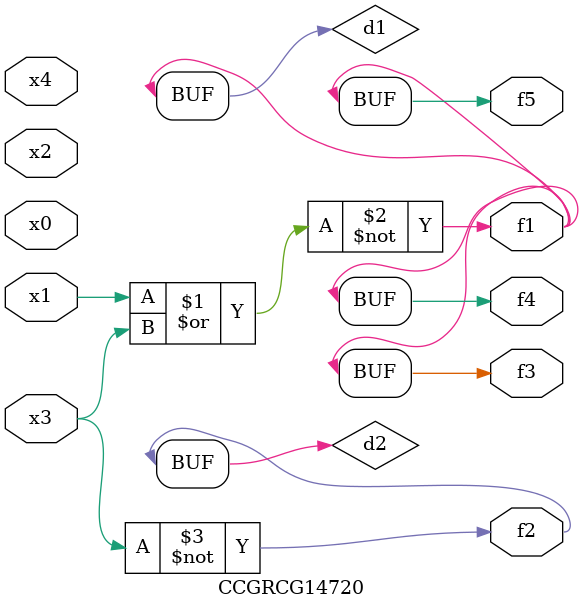
<source format=v>
module CCGRCG14720(
	input x0, x1, x2, x3, x4,
	output f1, f2, f3, f4, f5
);

	wire d1, d2;

	nor (d1, x1, x3);
	not (d2, x3);
	assign f1 = d1;
	assign f2 = d2;
	assign f3 = d1;
	assign f4 = d1;
	assign f5 = d1;
endmodule

</source>
